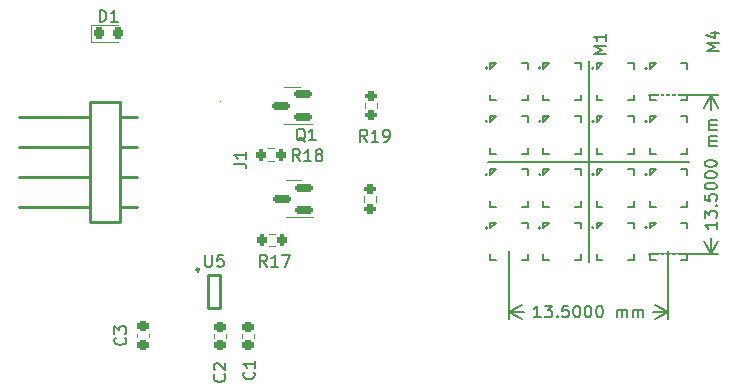
<source format=gbr>
%TF.GenerationSoftware,KiCad,Pcbnew,7.0.7*%
%TF.CreationDate,2023-10-27T13:52:55-05:00*%
%TF.ProjectId,MLX90393_board3,4d4c5839-3033-4393-935f-626f61726433,rev?*%
%TF.SameCoordinates,Original*%
%TF.FileFunction,Legend,Top*%
%TF.FilePolarity,Positive*%
%FSLAX46Y46*%
G04 Gerber Fmt 4.6, Leading zero omitted, Abs format (unit mm)*
G04 Created by KiCad (PCBNEW 7.0.7) date 2023-10-27 13:52:55*
%MOMM*%
%LPD*%
G01*
G04 APERTURE LIST*
G04 Aperture macros list*
%AMRoundRect*
0 Rectangle with rounded corners*
0 $1 Rounding radius*
0 $2 $3 $4 $5 $6 $7 $8 $9 X,Y pos of 4 corners*
0 Add a 4 corners polygon primitive as box body*
4,1,4,$2,$3,$4,$5,$6,$7,$8,$9,$2,$3,0*
0 Add four circle primitives for the rounded corners*
1,1,$1+$1,$2,$3*
1,1,$1+$1,$4,$5*
1,1,$1+$1,$6,$7*
1,1,$1+$1,$8,$9*
0 Add four rect primitives between the rounded corners*
20,1,$1+$1,$2,$3,$4,$5,0*
20,1,$1+$1,$4,$5,$6,$7,0*
20,1,$1+$1,$6,$7,$8,$9,0*
20,1,$1+$1,$8,$9,$2,$3,0*%
G04 Aperture macros list end*
%ADD10C,0.150000*%
%ADD11C,0.155000*%
%ADD12C,0.120000*%
%ADD13C,0.152400*%
%ADD14C,0.151994*%
%ADD15C,0.059995*%
%ADD16C,0.150013*%
%ADD17C,0.254000*%
%ADD18C,0.248920*%
%ADD19RoundRect,0.200000X0.275000X-0.200000X0.275000X0.200000X-0.275000X0.200000X-0.275000X-0.200000X0*%
%ADD20R,0.664999X0.280010*%
%ADD21R,0.280010X0.664999*%
%ADD22R,1.750013X1.750013*%
%ADD23R,1.104902X0.622301*%
%ADD24R,3.170003X1.000000*%
%ADD25RoundRect,0.150000X0.587500X0.150000X-0.587500X0.150000X-0.587500X-0.150000X0.587500X-0.150000X0*%
%ADD26RoundRect,0.225000X-0.250000X0.225000X-0.250000X-0.225000X0.250000X-0.225000X0.250000X0.225000X0*%
%ADD27RoundRect,0.218750X-0.218750X-0.256250X0.218750X-0.256250X0.218750X0.256250X-0.218750X0.256250X0*%
%ADD28RoundRect,0.200000X-0.200000X-0.275000X0.200000X-0.275000X0.200000X0.275000X-0.200000X0.275000X0*%
G04 APERTURE END LIST*
D10*
X183404883Y-117826294D02*
X183404883Y-118397722D01*
X183404883Y-118112008D02*
X182404883Y-118112008D01*
X182404883Y-118112008D02*
X182547740Y-118207246D01*
X182547740Y-118207246D02*
X182642978Y-118302484D01*
X182642978Y-118302484D02*
X182690597Y-118397722D01*
X182404883Y-117492960D02*
X182404883Y-116873913D01*
X182404883Y-116873913D02*
X182785835Y-117207246D01*
X182785835Y-117207246D02*
X182785835Y-117064389D01*
X182785835Y-117064389D02*
X182833454Y-116969151D01*
X182833454Y-116969151D02*
X182881073Y-116921532D01*
X182881073Y-116921532D02*
X182976311Y-116873913D01*
X182976311Y-116873913D02*
X183214406Y-116873913D01*
X183214406Y-116873913D02*
X183309644Y-116921532D01*
X183309644Y-116921532D02*
X183357264Y-116969151D01*
X183357264Y-116969151D02*
X183404883Y-117064389D01*
X183404883Y-117064389D02*
X183404883Y-117350103D01*
X183404883Y-117350103D02*
X183357264Y-117445341D01*
X183357264Y-117445341D02*
X183309644Y-117492960D01*
X183309644Y-116445341D02*
X183357264Y-116397722D01*
X183357264Y-116397722D02*
X183404883Y-116445341D01*
X183404883Y-116445341D02*
X183357264Y-116492960D01*
X183357264Y-116492960D02*
X183309644Y-116445341D01*
X183309644Y-116445341D02*
X183404883Y-116445341D01*
X182404883Y-115492961D02*
X182404883Y-115969151D01*
X182404883Y-115969151D02*
X182881073Y-116016770D01*
X182881073Y-116016770D02*
X182833454Y-115969151D01*
X182833454Y-115969151D02*
X182785835Y-115873913D01*
X182785835Y-115873913D02*
X182785835Y-115635818D01*
X182785835Y-115635818D02*
X182833454Y-115540580D01*
X182833454Y-115540580D02*
X182881073Y-115492961D01*
X182881073Y-115492961D02*
X182976311Y-115445342D01*
X182976311Y-115445342D02*
X183214406Y-115445342D01*
X183214406Y-115445342D02*
X183309644Y-115492961D01*
X183309644Y-115492961D02*
X183357264Y-115540580D01*
X183357264Y-115540580D02*
X183404883Y-115635818D01*
X183404883Y-115635818D02*
X183404883Y-115873913D01*
X183404883Y-115873913D02*
X183357264Y-115969151D01*
X183357264Y-115969151D02*
X183309644Y-116016770D01*
X182404883Y-114826294D02*
X182404883Y-114731056D01*
X182404883Y-114731056D02*
X182452502Y-114635818D01*
X182452502Y-114635818D02*
X182500121Y-114588199D01*
X182500121Y-114588199D02*
X182595359Y-114540580D01*
X182595359Y-114540580D02*
X182785835Y-114492961D01*
X182785835Y-114492961D02*
X183023930Y-114492961D01*
X183023930Y-114492961D02*
X183214406Y-114540580D01*
X183214406Y-114540580D02*
X183309644Y-114588199D01*
X183309644Y-114588199D02*
X183357264Y-114635818D01*
X183357264Y-114635818D02*
X183404883Y-114731056D01*
X183404883Y-114731056D02*
X183404883Y-114826294D01*
X183404883Y-114826294D02*
X183357264Y-114921532D01*
X183357264Y-114921532D02*
X183309644Y-114969151D01*
X183309644Y-114969151D02*
X183214406Y-115016770D01*
X183214406Y-115016770D02*
X183023930Y-115064389D01*
X183023930Y-115064389D02*
X182785835Y-115064389D01*
X182785835Y-115064389D02*
X182595359Y-115016770D01*
X182595359Y-115016770D02*
X182500121Y-114969151D01*
X182500121Y-114969151D02*
X182452502Y-114921532D01*
X182452502Y-114921532D02*
X182404883Y-114826294D01*
X182404883Y-113873913D02*
X182404883Y-113778675D01*
X182404883Y-113778675D02*
X182452502Y-113683437D01*
X182452502Y-113683437D02*
X182500121Y-113635818D01*
X182500121Y-113635818D02*
X182595359Y-113588199D01*
X182595359Y-113588199D02*
X182785835Y-113540580D01*
X182785835Y-113540580D02*
X183023930Y-113540580D01*
X183023930Y-113540580D02*
X183214406Y-113588199D01*
X183214406Y-113588199D02*
X183309644Y-113635818D01*
X183309644Y-113635818D02*
X183357264Y-113683437D01*
X183357264Y-113683437D02*
X183404883Y-113778675D01*
X183404883Y-113778675D02*
X183404883Y-113873913D01*
X183404883Y-113873913D02*
X183357264Y-113969151D01*
X183357264Y-113969151D02*
X183309644Y-114016770D01*
X183309644Y-114016770D02*
X183214406Y-114064389D01*
X183214406Y-114064389D02*
X183023930Y-114112008D01*
X183023930Y-114112008D02*
X182785835Y-114112008D01*
X182785835Y-114112008D02*
X182595359Y-114064389D01*
X182595359Y-114064389D02*
X182500121Y-114016770D01*
X182500121Y-114016770D02*
X182452502Y-113969151D01*
X182452502Y-113969151D02*
X182404883Y-113873913D01*
X182404883Y-112921532D02*
X182404883Y-112826294D01*
X182404883Y-112826294D02*
X182452502Y-112731056D01*
X182452502Y-112731056D02*
X182500121Y-112683437D01*
X182500121Y-112683437D02*
X182595359Y-112635818D01*
X182595359Y-112635818D02*
X182785835Y-112588199D01*
X182785835Y-112588199D02*
X183023930Y-112588199D01*
X183023930Y-112588199D02*
X183214406Y-112635818D01*
X183214406Y-112635818D02*
X183309644Y-112683437D01*
X183309644Y-112683437D02*
X183357264Y-112731056D01*
X183357264Y-112731056D02*
X183404883Y-112826294D01*
X183404883Y-112826294D02*
X183404883Y-112921532D01*
X183404883Y-112921532D02*
X183357264Y-113016770D01*
X183357264Y-113016770D02*
X183309644Y-113064389D01*
X183309644Y-113064389D02*
X183214406Y-113112008D01*
X183214406Y-113112008D02*
X183023930Y-113159627D01*
X183023930Y-113159627D02*
X182785835Y-113159627D01*
X182785835Y-113159627D02*
X182595359Y-113112008D01*
X182595359Y-113112008D02*
X182500121Y-113064389D01*
X182500121Y-113064389D02*
X182452502Y-113016770D01*
X182452502Y-113016770D02*
X182404883Y-112921532D01*
X183404883Y-111397722D02*
X182738216Y-111397722D01*
X182833454Y-111397722D02*
X182785835Y-111350103D01*
X182785835Y-111350103D02*
X182738216Y-111254865D01*
X182738216Y-111254865D02*
X182738216Y-111112008D01*
X182738216Y-111112008D02*
X182785835Y-111016770D01*
X182785835Y-111016770D02*
X182881073Y-110969151D01*
X182881073Y-110969151D02*
X183404883Y-110969151D01*
X182881073Y-110969151D02*
X182785835Y-110921532D01*
X182785835Y-110921532D02*
X182738216Y-110826294D01*
X182738216Y-110826294D02*
X182738216Y-110683437D01*
X182738216Y-110683437D02*
X182785835Y-110588198D01*
X182785835Y-110588198D02*
X182881073Y-110540579D01*
X182881073Y-110540579D02*
X183404883Y-110540579D01*
X183404883Y-110064389D02*
X182738216Y-110064389D01*
X182833454Y-110064389D02*
X182785835Y-110016770D01*
X182785835Y-110016770D02*
X182738216Y-109921532D01*
X182738216Y-109921532D02*
X182738216Y-109778675D01*
X182738216Y-109778675D02*
X182785835Y-109683437D01*
X182785835Y-109683437D02*
X182881073Y-109635818D01*
X182881073Y-109635818D02*
X183404883Y-109635818D01*
X182881073Y-109635818D02*
X182785835Y-109588199D01*
X182785835Y-109588199D02*
X182738216Y-109492961D01*
X182738216Y-109492961D02*
X182738216Y-109350104D01*
X182738216Y-109350104D02*
X182785835Y-109254865D01*
X182785835Y-109254865D02*
X182881073Y-109207246D01*
X182881073Y-109207246D02*
X183404883Y-109207246D01*
X177700064Y-107028676D02*
X183536484Y-107028676D01*
X177700064Y-120528676D02*
X183536484Y-120528676D01*
X182950064Y-107028676D02*
X182950064Y-108344152D01*
X182950064Y-119213199D02*
X182950064Y-120528676D01*
X182950064Y-107028676D02*
X183536485Y-108155180D01*
X182950064Y-107028676D02*
X182363643Y-108155180D01*
X182950064Y-120528676D02*
X182363643Y-119402172D01*
X182950064Y-120528676D02*
X183536485Y-119402172D01*
X168519070Y-125903234D02*
X167947642Y-125903234D01*
X168233356Y-125903234D02*
X168233356Y-124903234D01*
X168233356Y-124903234D02*
X168138118Y-125046091D01*
X168138118Y-125046091D02*
X168042880Y-125141329D01*
X168042880Y-125141329D02*
X167947642Y-125188948D01*
X168852404Y-124903234D02*
X169471451Y-124903234D01*
X169471451Y-124903234D02*
X169138118Y-125284186D01*
X169138118Y-125284186D02*
X169280975Y-125284186D01*
X169280975Y-125284186D02*
X169376213Y-125331805D01*
X169376213Y-125331805D02*
X169423832Y-125379424D01*
X169423832Y-125379424D02*
X169471451Y-125474662D01*
X169471451Y-125474662D02*
X169471451Y-125712757D01*
X169471451Y-125712757D02*
X169423832Y-125807995D01*
X169423832Y-125807995D02*
X169376213Y-125855615D01*
X169376213Y-125855615D02*
X169280975Y-125903234D01*
X169280975Y-125903234D02*
X168995261Y-125903234D01*
X168995261Y-125903234D02*
X168900023Y-125855615D01*
X168900023Y-125855615D02*
X168852404Y-125807995D01*
X169900023Y-125807995D02*
X169947642Y-125855615D01*
X169947642Y-125855615D02*
X169900023Y-125903234D01*
X169900023Y-125903234D02*
X169852404Y-125855615D01*
X169852404Y-125855615D02*
X169900023Y-125807995D01*
X169900023Y-125807995D02*
X169900023Y-125903234D01*
X170852403Y-124903234D02*
X170376213Y-124903234D01*
X170376213Y-124903234D02*
X170328594Y-125379424D01*
X170328594Y-125379424D02*
X170376213Y-125331805D01*
X170376213Y-125331805D02*
X170471451Y-125284186D01*
X170471451Y-125284186D02*
X170709546Y-125284186D01*
X170709546Y-125284186D02*
X170804784Y-125331805D01*
X170804784Y-125331805D02*
X170852403Y-125379424D01*
X170852403Y-125379424D02*
X170900022Y-125474662D01*
X170900022Y-125474662D02*
X170900022Y-125712757D01*
X170900022Y-125712757D02*
X170852403Y-125807995D01*
X170852403Y-125807995D02*
X170804784Y-125855615D01*
X170804784Y-125855615D02*
X170709546Y-125903234D01*
X170709546Y-125903234D02*
X170471451Y-125903234D01*
X170471451Y-125903234D02*
X170376213Y-125855615D01*
X170376213Y-125855615D02*
X170328594Y-125807995D01*
X171519070Y-124903234D02*
X171614308Y-124903234D01*
X171614308Y-124903234D02*
X171709546Y-124950853D01*
X171709546Y-124950853D02*
X171757165Y-124998472D01*
X171757165Y-124998472D02*
X171804784Y-125093710D01*
X171804784Y-125093710D02*
X171852403Y-125284186D01*
X171852403Y-125284186D02*
X171852403Y-125522281D01*
X171852403Y-125522281D02*
X171804784Y-125712757D01*
X171804784Y-125712757D02*
X171757165Y-125807995D01*
X171757165Y-125807995D02*
X171709546Y-125855615D01*
X171709546Y-125855615D02*
X171614308Y-125903234D01*
X171614308Y-125903234D02*
X171519070Y-125903234D01*
X171519070Y-125903234D02*
X171423832Y-125855615D01*
X171423832Y-125855615D02*
X171376213Y-125807995D01*
X171376213Y-125807995D02*
X171328594Y-125712757D01*
X171328594Y-125712757D02*
X171280975Y-125522281D01*
X171280975Y-125522281D02*
X171280975Y-125284186D01*
X171280975Y-125284186D02*
X171328594Y-125093710D01*
X171328594Y-125093710D02*
X171376213Y-124998472D01*
X171376213Y-124998472D02*
X171423832Y-124950853D01*
X171423832Y-124950853D02*
X171519070Y-124903234D01*
X172471451Y-124903234D02*
X172566689Y-124903234D01*
X172566689Y-124903234D02*
X172661927Y-124950853D01*
X172661927Y-124950853D02*
X172709546Y-124998472D01*
X172709546Y-124998472D02*
X172757165Y-125093710D01*
X172757165Y-125093710D02*
X172804784Y-125284186D01*
X172804784Y-125284186D02*
X172804784Y-125522281D01*
X172804784Y-125522281D02*
X172757165Y-125712757D01*
X172757165Y-125712757D02*
X172709546Y-125807995D01*
X172709546Y-125807995D02*
X172661927Y-125855615D01*
X172661927Y-125855615D02*
X172566689Y-125903234D01*
X172566689Y-125903234D02*
X172471451Y-125903234D01*
X172471451Y-125903234D02*
X172376213Y-125855615D01*
X172376213Y-125855615D02*
X172328594Y-125807995D01*
X172328594Y-125807995D02*
X172280975Y-125712757D01*
X172280975Y-125712757D02*
X172233356Y-125522281D01*
X172233356Y-125522281D02*
X172233356Y-125284186D01*
X172233356Y-125284186D02*
X172280975Y-125093710D01*
X172280975Y-125093710D02*
X172328594Y-124998472D01*
X172328594Y-124998472D02*
X172376213Y-124950853D01*
X172376213Y-124950853D02*
X172471451Y-124903234D01*
X173423832Y-124903234D02*
X173519070Y-124903234D01*
X173519070Y-124903234D02*
X173614308Y-124950853D01*
X173614308Y-124950853D02*
X173661927Y-124998472D01*
X173661927Y-124998472D02*
X173709546Y-125093710D01*
X173709546Y-125093710D02*
X173757165Y-125284186D01*
X173757165Y-125284186D02*
X173757165Y-125522281D01*
X173757165Y-125522281D02*
X173709546Y-125712757D01*
X173709546Y-125712757D02*
X173661927Y-125807995D01*
X173661927Y-125807995D02*
X173614308Y-125855615D01*
X173614308Y-125855615D02*
X173519070Y-125903234D01*
X173519070Y-125903234D02*
X173423832Y-125903234D01*
X173423832Y-125903234D02*
X173328594Y-125855615D01*
X173328594Y-125855615D02*
X173280975Y-125807995D01*
X173280975Y-125807995D02*
X173233356Y-125712757D01*
X173233356Y-125712757D02*
X173185737Y-125522281D01*
X173185737Y-125522281D02*
X173185737Y-125284186D01*
X173185737Y-125284186D02*
X173233356Y-125093710D01*
X173233356Y-125093710D02*
X173280975Y-124998472D01*
X173280975Y-124998472D02*
X173328594Y-124950853D01*
X173328594Y-124950853D02*
X173423832Y-124903234D01*
X174947642Y-125903234D02*
X174947642Y-125236567D01*
X174947642Y-125331805D02*
X174995261Y-125284186D01*
X174995261Y-125284186D02*
X175090499Y-125236567D01*
X175090499Y-125236567D02*
X175233356Y-125236567D01*
X175233356Y-125236567D02*
X175328594Y-125284186D01*
X175328594Y-125284186D02*
X175376213Y-125379424D01*
X175376213Y-125379424D02*
X175376213Y-125903234D01*
X175376213Y-125379424D02*
X175423832Y-125284186D01*
X175423832Y-125284186D02*
X175519070Y-125236567D01*
X175519070Y-125236567D02*
X175661927Y-125236567D01*
X175661927Y-125236567D02*
X175757166Y-125284186D01*
X175757166Y-125284186D02*
X175804785Y-125379424D01*
X175804785Y-125379424D02*
X175804785Y-125903234D01*
X176280975Y-125903234D02*
X176280975Y-125236567D01*
X176280975Y-125331805D02*
X176328594Y-125284186D01*
X176328594Y-125284186D02*
X176423832Y-125236567D01*
X176423832Y-125236567D02*
X176566689Y-125236567D01*
X176566689Y-125236567D02*
X176661927Y-125284186D01*
X176661927Y-125284186D02*
X176709546Y-125379424D01*
X176709546Y-125379424D02*
X176709546Y-125903234D01*
X176709546Y-125379424D02*
X176757165Y-125284186D01*
X176757165Y-125284186D02*
X176852403Y-125236567D01*
X176852403Y-125236567D02*
X176995260Y-125236567D01*
X176995260Y-125236567D02*
X177090499Y-125284186D01*
X177090499Y-125284186D02*
X177138118Y-125379424D01*
X177138118Y-125379424D02*
X177138118Y-125903234D01*
X165816689Y-119948415D02*
X165816689Y-126034835D01*
X179316689Y-119948415D02*
X179316689Y-126034835D01*
X165816689Y-125448415D02*
X167132166Y-125448415D01*
X178001213Y-125448415D02*
X179316689Y-125448415D01*
X165816689Y-125448415D02*
X166943193Y-124861994D01*
X165816689Y-125448415D02*
X166943193Y-126034836D01*
X179316689Y-125448415D02*
X178190185Y-126034836D01*
X179316689Y-125448415D02*
X178190185Y-124861994D01*
X164066689Y-112698415D02*
X181066689Y-112698415D01*
X172566689Y-104198415D02*
X172566689Y-121198415D01*
D11*
X140099784Y-120612974D02*
X140099784Y-121422497D01*
X140099784Y-121422497D02*
X140147403Y-121517735D01*
X140147403Y-121517735D02*
X140195022Y-121565355D01*
X140195022Y-121565355D02*
X140290260Y-121612974D01*
X140290260Y-121612974D02*
X140480736Y-121612974D01*
X140480736Y-121612974D02*
X140575974Y-121565355D01*
X140575974Y-121565355D02*
X140623593Y-121517735D01*
X140623593Y-121517735D02*
X140671212Y-121422497D01*
X140671212Y-121422497D02*
X140671212Y-120612974D01*
X141623593Y-120612974D02*
X141147403Y-120612974D01*
X141147403Y-120612974D02*
X141099784Y-121089164D01*
X141099784Y-121089164D02*
X141147403Y-121041545D01*
X141147403Y-121041545D02*
X141242641Y-120993926D01*
X141242641Y-120993926D02*
X141480736Y-120993926D01*
X141480736Y-120993926D02*
X141575974Y-121041545D01*
X141575974Y-121041545D02*
X141623593Y-121089164D01*
X141623593Y-121089164D02*
X141671212Y-121184402D01*
X141671212Y-121184402D02*
X141671212Y-121422497D01*
X141671212Y-121422497D02*
X141623593Y-121517735D01*
X141623593Y-121517735D02*
X141575974Y-121565355D01*
X141575974Y-121565355D02*
X141480736Y-121612974D01*
X141480736Y-121612974D02*
X141242641Y-121612974D01*
X141242641Y-121612974D02*
X141147403Y-121565355D01*
X141147403Y-121565355D02*
X141099784Y-121517735D01*
X142566248Y-112891748D02*
X143280533Y-112891748D01*
X143280533Y-112891748D02*
X143423390Y-112939367D01*
X143423390Y-112939367D02*
X143518629Y-113034605D01*
X143518629Y-113034605D02*
X143566248Y-113177462D01*
X143566248Y-113177462D02*
X143566248Y-113272700D01*
X143566248Y-111891748D02*
X143566248Y-112463176D01*
X143566248Y-112177462D02*
X142566248Y-112177462D01*
X142566248Y-112177462D02*
X142709105Y-112272700D01*
X142709105Y-112272700D02*
X142804343Y-112367938D01*
X142804343Y-112367938D02*
X142851962Y-112463176D01*
X133321009Y-127600081D02*
X133368629Y-127647700D01*
X133368629Y-127647700D02*
X133416248Y-127790557D01*
X133416248Y-127790557D02*
X133416248Y-127885795D01*
X133416248Y-127885795D02*
X133368629Y-128028652D01*
X133368629Y-128028652D02*
X133273390Y-128123890D01*
X133273390Y-128123890D02*
X133178152Y-128171509D01*
X133178152Y-128171509D02*
X132987676Y-128219128D01*
X132987676Y-128219128D02*
X132844819Y-128219128D01*
X132844819Y-128219128D02*
X132654343Y-128171509D01*
X132654343Y-128171509D02*
X132559105Y-128123890D01*
X132559105Y-128123890D02*
X132463867Y-128028652D01*
X132463867Y-128028652D02*
X132416248Y-127885795D01*
X132416248Y-127885795D02*
X132416248Y-127790557D01*
X132416248Y-127790557D02*
X132463867Y-127647700D01*
X132463867Y-127647700D02*
X132511486Y-127600081D01*
X132416248Y-127266747D02*
X132416248Y-126647700D01*
X132416248Y-126647700D02*
X132797200Y-126981033D01*
X132797200Y-126981033D02*
X132797200Y-126838176D01*
X132797200Y-126838176D02*
X132844819Y-126742938D01*
X132844819Y-126742938D02*
X132892438Y-126695319D01*
X132892438Y-126695319D02*
X132987676Y-126647700D01*
X132987676Y-126647700D02*
X133225771Y-126647700D01*
X133225771Y-126647700D02*
X133321009Y-126695319D01*
X133321009Y-126695319D02*
X133368629Y-126742938D01*
X133368629Y-126742938D02*
X133416248Y-126838176D01*
X133416248Y-126838176D02*
X133416248Y-127123890D01*
X133416248Y-127123890D02*
X133368629Y-127219128D01*
X133368629Y-127219128D02*
X133321009Y-127266747D01*
X174021248Y-103557938D02*
X173021248Y-103557938D01*
X173021248Y-103557938D02*
X173735533Y-103224605D01*
X173735533Y-103224605D02*
X173021248Y-102891272D01*
X173021248Y-102891272D02*
X174021248Y-102891272D01*
X174021248Y-101891272D02*
X174021248Y-102462700D01*
X174021248Y-102176986D02*
X173021248Y-102176986D01*
X173021248Y-102176986D02*
X173164105Y-102272224D01*
X173164105Y-102272224D02*
X173259343Y-102367462D01*
X173259343Y-102367462D02*
X173306962Y-102462700D01*
X153818831Y-111012974D02*
X153485498Y-110536783D01*
X153247403Y-111012974D02*
X153247403Y-110012974D01*
X153247403Y-110012974D02*
X153628355Y-110012974D01*
X153628355Y-110012974D02*
X153723593Y-110060593D01*
X153723593Y-110060593D02*
X153771212Y-110108212D01*
X153771212Y-110108212D02*
X153818831Y-110203450D01*
X153818831Y-110203450D02*
X153818831Y-110346307D01*
X153818831Y-110346307D02*
X153771212Y-110441545D01*
X153771212Y-110441545D02*
X153723593Y-110489164D01*
X153723593Y-110489164D02*
X153628355Y-110536783D01*
X153628355Y-110536783D02*
X153247403Y-110536783D01*
X154771212Y-111012974D02*
X154199784Y-111012974D01*
X154485498Y-111012974D02*
X154485498Y-110012974D01*
X154485498Y-110012974D02*
X154390260Y-110155831D01*
X154390260Y-110155831D02*
X154295022Y-110251069D01*
X154295022Y-110251069D02*
X154199784Y-110298688D01*
X155247403Y-111012974D02*
X155437879Y-111012974D01*
X155437879Y-111012974D02*
X155533117Y-110965355D01*
X155533117Y-110965355D02*
X155580736Y-110917735D01*
X155580736Y-110917735D02*
X155675974Y-110774878D01*
X155675974Y-110774878D02*
X155723593Y-110584402D01*
X155723593Y-110584402D02*
X155723593Y-110203450D01*
X155723593Y-110203450D02*
X155675974Y-110108212D01*
X155675974Y-110108212D02*
X155628355Y-110060593D01*
X155628355Y-110060593D02*
X155533117Y-110012974D01*
X155533117Y-110012974D02*
X155342641Y-110012974D01*
X155342641Y-110012974D02*
X155247403Y-110060593D01*
X155247403Y-110060593D02*
X155199784Y-110108212D01*
X155199784Y-110108212D02*
X155152165Y-110203450D01*
X155152165Y-110203450D02*
X155152165Y-110441545D01*
X155152165Y-110441545D02*
X155199784Y-110536783D01*
X155199784Y-110536783D02*
X155247403Y-110584402D01*
X155247403Y-110584402D02*
X155342641Y-110632021D01*
X155342641Y-110632021D02*
X155533117Y-110632021D01*
X155533117Y-110632021D02*
X155628355Y-110584402D01*
X155628355Y-110584402D02*
X155675974Y-110536783D01*
X155675974Y-110536783D02*
X155723593Y-110441545D01*
X148566450Y-111008212D02*
X148471212Y-110960593D01*
X148471212Y-110960593D02*
X148375974Y-110865355D01*
X148375974Y-110865355D02*
X148233117Y-110722497D01*
X148233117Y-110722497D02*
X148137879Y-110674878D01*
X148137879Y-110674878D02*
X148042641Y-110674878D01*
X148090260Y-110912974D02*
X147995022Y-110865355D01*
X147995022Y-110865355D02*
X147899784Y-110770116D01*
X147899784Y-110770116D02*
X147852165Y-110579640D01*
X147852165Y-110579640D02*
X147852165Y-110246307D01*
X147852165Y-110246307D02*
X147899784Y-110055831D01*
X147899784Y-110055831D02*
X147995022Y-109960593D01*
X147995022Y-109960593D02*
X148090260Y-109912974D01*
X148090260Y-109912974D02*
X148280736Y-109912974D01*
X148280736Y-109912974D02*
X148375974Y-109960593D01*
X148375974Y-109960593D02*
X148471212Y-110055831D01*
X148471212Y-110055831D02*
X148518831Y-110246307D01*
X148518831Y-110246307D02*
X148518831Y-110579640D01*
X148518831Y-110579640D02*
X148471212Y-110770116D01*
X148471212Y-110770116D02*
X148375974Y-110865355D01*
X148375974Y-110865355D02*
X148280736Y-110912974D01*
X148280736Y-110912974D02*
X148090260Y-110912974D01*
X149471212Y-110912974D02*
X148899784Y-110912974D01*
X149185498Y-110912974D02*
X149185498Y-109912974D01*
X149185498Y-109912974D02*
X149090260Y-110055831D01*
X149090260Y-110055831D02*
X148995022Y-110151069D01*
X148995022Y-110151069D02*
X148899784Y-110198688D01*
D10*
X131161905Y-100874819D02*
X131161905Y-99874819D01*
X131161905Y-99874819D02*
X131400000Y-99874819D01*
X131400000Y-99874819D02*
X131542857Y-99922438D01*
X131542857Y-99922438D02*
X131638095Y-100017676D01*
X131638095Y-100017676D02*
X131685714Y-100112914D01*
X131685714Y-100112914D02*
X131733333Y-100303390D01*
X131733333Y-100303390D02*
X131733333Y-100446247D01*
X131733333Y-100446247D02*
X131685714Y-100636723D01*
X131685714Y-100636723D02*
X131638095Y-100731961D01*
X131638095Y-100731961D02*
X131542857Y-100827200D01*
X131542857Y-100827200D02*
X131400000Y-100874819D01*
X131400000Y-100874819D02*
X131161905Y-100874819D01*
X132685714Y-100874819D02*
X132114286Y-100874819D01*
X132400000Y-100874819D02*
X132400000Y-99874819D01*
X132400000Y-99874819D02*
X132304762Y-100017676D01*
X132304762Y-100017676D02*
X132209524Y-100112914D01*
X132209524Y-100112914D02*
X132114286Y-100160533D01*
D11*
X183571248Y-103357938D02*
X182571248Y-103357938D01*
X182571248Y-103357938D02*
X183285533Y-103024605D01*
X183285533Y-103024605D02*
X182571248Y-102691272D01*
X182571248Y-102691272D02*
X183571248Y-102691272D01*
X182904581Y-101786510D02*
X183571248Y-101786510D01*
X182523629Y-102024605D02*
X183237914Y-102262700D01*
X183237914Y-102262700D02*
X183237914Y-101643653D01*
X148118831Y-112662974D02*
X147785498Y-112186783D01*
X147547403Y-112662974D02*
X147547403Y-111662974D01*
X147547403Y-111662974D02*
X147928355Y-111662974D01*
X147928355Y-111662974D02*
X148023593Y-111710593D01*
X148023593Y-111710593D02*
X148071212Y-111758212D01*
X148071212Y-111758212D02*
X148118831Y-111853450D01*
X148118831Y-111853450D02*
X148118831Y-111996307D01*
X148118831Y-111996307D02*
X148071212Y-112091545D01*
X148071212Y-112091545D02*
X148023593Y-112139164D01*
X148023593Y-112139164D02*
X147928355Y-112186783D01*
X147928355Y-112186783D02*
X147547403Y-112186783D01*
X149071212Y-112662974D02*
X148499784Y-112662974D01*
X148785498Y-112662974D02*
X148785498Y-111662974D01*
X148785498Y-111662974D02*
X148690260Y-111805831D01*
X148690260Y-111805831D02*
X148595022Y-111901069D01*
X148595022Y-111901069D02*
X148499784Y-111948688D01*
X149642641Y-112091545D02*
X149547403Y-112043926D01*
X149547403Y-112043926D02*
X149499784Y-111996307D01*
X149499784Y-111996307D02*
X149452165Y-111901069D01*
X149452165Y-111901069D02*
X149452165Y-111853450D01*
X149452165Y-111853450D02*
X149499784Y-111758212D01*
X149499784Y-111758212D02*
X149547403Y-111710593D01*
X149547403Y-111710593D02*
X149642641Y-111662974D01*
X149642641Y-111662974D02*
X149833117Y-111662974D01*
X149833117Y-111662974D02*
X149928355Y-111710593D01*
X149928355Y-111710593D02*
X149975974Y-111758212D01*
X149975974Y-111758212D02*
X150023593Y-111853450D01*
X150023593Y-111853450D02*
X150023593Y-111901069D01*
X150023593Y-111901069D02*
X149975974Y-111996307D01*
X149975974Y-111996307D02*
X149928355Y-112043926D01*
X149928355Y-112043926D02*
X149833117Y-112091545D01*
X149833117Y-112091545D02*
X149642641Y-112091545D01*
X149642641Y-112091545D02*
X149547403Y-112139164D01*
X149547403Y-112139164D02*
X149499784Y-112186783D01*
X149499784Y-112186783D02*
X149452165Y-112282021D01*
X149452165Y-112282021D02*
X149452165Y-112472497D01*
X149452165Y-112472497D02*
X149499784Y-112567735D01*
X149499784Y-112567735D02*
X149547403Y-112615355D01*
X149547403Y-112615355D02*
X149642641Y-112662974D01*
X149642641Y-112662974D02*
X149833117Y-112662974D01*
X149833117Y-112662974D02*
X149928355Y-112615355D01*
X149928355Y-112615355D02*
X149975974Y-112567735D01*
X149975974Y-112567735D02*
X150023593Y-112472497D01*
X150023593Y-112472497D02*
X150023593Y-112282021D01*
X150023593Y-112282021D02*
X149975974Y-112186783D01*
X149975974Y-112186783D02*
X149928355Y-112139164D01*
X149928355Y-112139164D02*
X149833117Y-112091545D01*
X144221009Y-130525081D02*
X144268629Y-130572700D01*
X144268629Y-130572700D02*
X144316248Y-130715557D01*
X144316248Y-130715557D02*
X144316248Y-130810795D01*
X144316248Y-130810795D02*
X144268629Y-130953652D01*
X144268629Y-130953652D02*
X144173390Y-131048890D01*
X144173390Y-131048890D02*
X144078152Y-131096509D01*
X144078152Y-131096509D02*
X143887676Y-131144128D01*
X143887676Y-131144128D02*
X143744819Y-131144128D01*
X143744819Y-131144128D02*
X143554343Y-131096509D01*
X143554343Y-131096509D02*
X143459105Y-131048890D01*
X143459105Y-131048890D02*
X143363867Y-130953652D01*
X143363867Y-130953652D02*
X143316248Y-130810795D01*
X143316248Y-130810795D02*
X143316248Y-130715557D01*
X143316248Y-130715557D02*
X143363867Y-130572700D01*
X143363867Y-130572700D02*
X143411486Y-130525081D01*
X144316248Y-129572700D02*
X144316248Y-130144128D01*
X144316248Y-129858414D02*
X143316248Y-129858414D01*
X143316248Y-129858414D02*
X143459105Y-129953652D01*
X143459105Y-129953652D02*
X143554343Y-130048890D01*
X143554343Y-130048890D02*
X143601962Y-130144128D01*
X141721009Y-130725081D02*
X141768629Y-130772700D01*
X141768629Y-130772700D02*
X141816248Y-130915557D01*
X141816248Y-130915557D02*
X141816248Y-131010795D01*
X141816248Y-131010795D02*
X141768629Y-131153652D01*
X141768629Y-131153652D02*
X141673390Y-131248890D01*
X141673390Y-131248890D02*
X141578152Y-131296509D01*
X141578152Y-131296509D02*
X141387676Y-131344128D01*
X141387676Y-131344128D02*
X141244819Y-131344128D01*
X141244819Y-131344128D02*
X141054343Y-131296509D01*
X141054343Y-131296509D02*
X140959105Y-131248890D01*
X140959105Y-131248890D02*
X140863867Y-131153652D01*
X140863867Y-131153652D02*
X140816248Y-131010795D01*
X140816248Y-131010795D02*
X140816248Y-130915557D01*
X140816248Y-130915557D02*
X140863867Y-130772700D01*
X140863867Y-130772700D02*
X140911486Y-130725081D01*
X140911486Y-130344128D02*
X140863867Y-130296509D01*
X140863867Y-130296509D02*
X140816248Y-130201271D01*
X140816248Y-130201271D02*
X140816248Y-129963176D01*
X140816248Y-129963176D02*
X140863867Y-129867938D01*
X140863867Y-129867938D02*
X140911486Y-129820319D01*
X140911486Y-129820319D02*
X141006724Y-129772700D01*
X141006724Y-129772700D02*
X141101962Y-129772700D01*
X141101962Y-129772700D02*
X141244819Y-129820319D01*
X141244819Y-129820319D02*
X141816248Y-130391747D01*
X141816248Y-130391747D02*
X141816248Y-129772700D01*
X145318831Y-121612974D02*
X144985498Y-121136783D01*
X144747403Y-121612974D02*
X144747403Y-120612974D01*
X144747403Y-120612974D02*
X145128355Y-120612974D01*
X145128355Y-120612974D02*
X145223593Y-120660593D01*
X145223593Y-120660593D02*
X145271212Y-120708212D01*
X145271212Y-120708212D02*
X145318831Y-120803450D01*
X145318831Y-120803450D02*
X145318831Y-120946307D01*
X145318831Y-120946307D02*
X145271212Y-121041545D01*
X145271212Y-121041545D02*
X145223593Y-121089164D01*
X145223593Y-121089164D02*
X145128355Y-121136783D01*
X145128355Y-121136783D02*
X144747403Y-121136783D01*
X146271212Y-121612974D02*
X145699784Y-121612974D01*
X145985498Y-121612974D02*
X145985498Y-120612974D01*
X145985498Y-120612974D02*
X145890260Y-120755831D01*
X145890260Y-120755831D02*
X145795022Y-120851069D01*
X145795022Y-120851069D02*
X145699784Y-120898688D01*
X146604546Y-120612974D02*
X147271212Y-120612974D01*
X147271212Y-120612974D02*
X146842641Y-121612974D01*
D12*
%TO.C,R20*%
X153539189Y-116095673D02*
X153539189Y-115621157D01*
X154584189Y-116095673D02*
X154584189Y-115621157D01*
D13*
%TO.C,M16*%
X180892889Y-117872215D02*
X180892889Y-118367922D01*
X180397182Y-117872215D02*
X180892889Y-117872215D01*
X178236196Y-117872215D02*
X177740489Y-117872215D01*
X177740489Y-117872215D02*
X177740489Y-118367922D01*
D14*
X177740489Y-118367922D02*
X178236196Y-117872215D01*
D13*
X180892889Y-121024615D02*
X180892889Y-120528908D01*
X180397182Y-121024615D02*
X180892889Y-121024615D01*
X178236196Y-121024615D02*
X177740489Y-121024615D01*
X177740489Y-121024615D02*
X177740489Y-120528908D01*
D15*
X177846534Y-117948542D02*
G75*
G03*
X177846534Y-117948542I-29972J0D01*
G01*
D16*
X177486615Y-118305413D02*
G75*
G03*
X177486615Y-118305413I-74930J0D01*
G01*
D17*
%TO.C,U5*%
X141362070Y-122271242D02*
X141362070Y-125070328D01*
X140361308Y-122271242D02*
X141362070Y-122271242D01*
X141362070Y-125070328D02*
X140361308Y-125070328D01*
X140361308Y-125070328D02*
X140361308Y-122271242D01*
D18*
X139340226Y-121881326D02*
G75*
G03*
X139340227Y-121878837I124454J1194D01*
G01*
D15*
X139491610Y-122208047D02*
G75*
G03*
X139491610Y-122208047I-29972J0D01*
G01*
D17*
%TO.C,J1*%
X132881763Y-107638379D02*
X130351740Y-107638379D01*
X130351740Y-107638379D02*
X130341758Y-107638379D01*
X130341758Y-107638379D02*
X130341758Y-117798400D01*
X130341758Y-108901753D02*
X124341732Y-108901753D01*
X134351740Y-108908382D02*
X132881763Y-108908382D01*
X130341758Y-111441758D02*
X124341732Y-111441758D01*
X134351740Y-111448387D02*
X132881763Y-111448387D01*
X130341758Y-113981814D02*
X124341732Y-113981814D01*
X134351740Y-113988443D02*
X132881763Y-113988443D01*
X130341758Y-116521819D02*
X124341732Y-116521819D01*
X134351740Y-116528397D02*
X132951740Y-116528448D01*
X132881763Y-117798400D02*
X132881763Y-107638379D01*
X130341758Y-117798400D02*
X132881763Y-117798400D01*
D15*
X141411709Y-107638405D02*
G75*
G03*
X141411709Y-107638405I-29972J0D01*
G01*
D12*
%TO.C,Q2*%
X147561689Y-117418415D02*
X149236689Y-117418415D01*
X147561689Y-117418415D02*
X146911689Y-117418415D01*
X147561689Y-114298415D02*
X148211689Y-114298415D01*
X147561689Y-114298415D02*
X146911689Y-114298415D01*
%TO.C,C3*%
X135371689Y-127292835D02*
X135371689Y-127573995D01*
X134351689Y-127292835D02*
X134351689Y-127573995D01*
D13*
%TO.C,M8*%
X180892889Y-108872215D02*
X180892889Y-109367922D01*
X180397182Y-108872215D02*
X180892889Y-108872215D01*
X178236196Y-108872215D02*
X177740489Y-108872215D01*
X177740489Y-108872215D02*
X177740489Y-109367922D01*
D14*
X177740489Y-109367922D02*
X178236196Y-108872215D01*
D13*
X180892889Y-112024615D02*
X180892889Y-111528908D01*
X180397182Y-112024615D02*
X180892889Y-112024615D01*
X178236196Y-112024615D02*
X177740489Y-112024615D01*
X177740489Y-112024615D02*
X177740489Y-111528908D01*
D15*
X177846534Y-108948542D02*
G75*
G03*
X177846534Y-108948542I-29972J0D01*
G01*
D16*
X177486615Y-109305413D02*
G75*
G03*
X177486615Y-109305413I-74930J0D01*
G01*
D13*
%TO.C,M11*%
X176392889Y-113372215D02*
X176392889Y-113867922D01*
X175897182Y-113372215D02*
X176392889Y-113372215D01*
X173736196Y-113372215D02*
X173240489Y-113372215D01*
X173240489Y-113372215D02*
X173240489Y-113867922D01*
D14*
X173240489Y-113867922D02*
X173736196Y-113372215D01*
D13*
X176392889Y-116524615D02*
X176392889Y-116028908D01*
X175897182Y-116524615D02*
X176392889Y-116524615D01*
X173736196Y-116524615D02*
X173240489Y-116524615D01*
X173240489Y-116524615D02*
X173240489Y-116028908D01*
D15*
X173346534Y-113448542D02*
G75*
G03*
X173346534Y-113448542I-29972J0D01*
G01*
D16*
X172986615Y-113805413D02*
G75*
G03*
X172986615Y-113805413I-74930J0D01*
G01*
D13*
%TO.C,M1*%
X171892889Y-104372215D02*
X171892889Y-104867922D01*
X171397182Y-104372215D02*
X171892889Y-104372215D01*
X169236196Y-104372215D02*
X168740489Y-104372215D01*
X168740489Y-104372215D02*
X168740489Y-104867922D01*
D14*
X168740489Y-104867922D02*
X169236196Y-104372215D01*
D13*
X171892889Y-107524615D02*
X171892889Y-107028908D01*
X171397182Y-107524615D02*
X171892889Y-107524615D01*
X169236196Y-107524615D02*
X168740489Y-107524615D01*
X168740489Y-107524615D02*
X168740489Y-107028908D01*
D15*
X168846534Y-104448542D02*
G75*
G03*
X168846534Y-104448542I-29972J0D01*
G01*
D16*
X168486615Y-104805413D02*
G75*
G03*
X168486615Y-104805413I-74930J0D01*
G01*
D13*
%TO.C,M2*%
X176392889Y-104372215D02*
X176392889Y-104867922D01*
X175897182Y-104372215D02*
X176392889Y-104372215D01*
X173736196Y-104372215D02*
X173240489Y-104372215D01*
X173240489Y-104372215D02*
X173240489Y-104867922D01*
D14*
X173240489Y-104867922D02*
X173736196Y-104372215D01*
D13*
X176392889Y-107524615D02*
X176392889Y-107028908D01*
X175897182Y-107524615D02*
X176392889Y-107524615D01*
X173736196Y-107524615D02*
X173240489Y-107524615D01*
X173240489Y-107524615D02*
X173240489Y-107028908D01*
D15*
X173346534Y-104448542D02*
G75*
G03*
X173346534Y-104448542I-29972J0D01*
G01*
D16*
X172986615Y-104805413D02*
G75*
G03*
X172986615Y-104805413I-74930J0D01*
G01*
D12*
%TO.C,R19*%
X153639189Y-108195673D02*
X153639189Y-107721157D01*
X154684189Y-108195673D02*
X154684189Y-107721157D01*
D13*
%TO.C,M9*%
X167392889Y-113372215D02*
X167392889Y-113867922D01*
X166897182Y-113372215D02*
X167392889Y-113372215D01*
X164736196Y-113372215D02*
X164240489Y-113372215D01*
X164240489Y-113372215D02*
X164240489Y-113867922D01*
D14*
X164240489Y-113867922D02*
X164736196Y-113372215D01*
D13*
X167392889Y-116524615D02*
X167392889Y-116028908D01*
X166897182Y-116524615D02*
X167392889Y-116524615D01*
X164736196Y-116524615D02*
X164240489Y-116524615D01*
X164240489Y-116524615D02*
X164240489Y-116028908D01*
D15*
X164346534Y-113448542D02*
G75*
G03*
X164346534Y-113448542I-29972J0D01*
G01*
D16*
X163986615Y-113805413D02*
G75*
G03*
X163986615Y-113805413I-74930J0D01*
G01*
D13*
%TO.C,M10*%
X171892889Y-113372215D02*
X171892889Y-113867922D01*
X171397182Y-113372215D02*
X171892889Y-113372215D01*
X169236196Y-113372215D02*
X168740489Y-113372215D01*
X168740489Y-113372215D02*
X168740489Y-113867922D01*
D14*
X168740489Y-113867922D02*
X169236196Y-113372215D01*
D13*
X171892889Y-116524615D02*
X171892889Y-116028908D01*
X171397182Y-116524615D02*
X171892889Y-116524615D01*
X169236196Y-116524615D02*
X168740489Y-116524615D01*
X168740489Y-116524615D02*
X168740489Y-116028908D01*
D15*
X168846534Y-113448542D02*
G75*
G03*
X168846534Y-113448542I-29972J0D01*
G01*
D16*
X168486615Y-113805413D02*
G75*
G03*
X168486615Y-113805413I-74930J0D01*
G01*
D12*
%TO.C,Q1*%
X147461689Y-109518415D02*
X149136689Y-109518415D01*
X147461689Y-109518415D02*
X146811689Y-109518415D01*
X147461689Y-106398415D02*
X148111689Y-106398415D01*
X147461689Y-106398415D02*
X146811689Y-106398415D01*
%TO.C,D1*%
X130415000Y-101115000D02*
X130415000Y-102585000D01*
X130415000Y-102585000D02*
X132700000Y-102585000D01*
X132700000Y-101115000D02*
X130415000Y-101115000D01*
D13*
%TO.C,M4*%
X180892889Y-104372215D02*
X180892889Y-104867922D01*
X180397182Y-104372215D02*
X180892889Y-104372215D01*
X178236196Y-104372215D02*
X177740489Y-104372215D01*
X177740489Y-104372215D02*
X177740489Y-104867922D01*
D14*
X177740489Y-104867922D02*
X178236196Y-104372215D01*
D13*
X180892889Y-107524615D02*
X180892889Y-107028908D01*
X180397182Y-107524615D02*
X180892889Y-107524615D01*
X178236196Y-107524615D02*
X177740489Y-107524615D01*
X177740489Y-107524615D02*
X177740489Y-107028908D01*
D15*
X177846534Y-104448542D02*
G75*
G03*
X177846534Y-104448542I-29972J0D01*
G01*
D16*
X177486615Y-104805413D02*
G75*
G03*
X177486615Y-104805413I-74930J0D01*
G01*
D12*
%TO.C,R18*%
X145424431Y-111585915D02*
X145898947Y-111585915D01*
X145424431Y-112630915D02*
X145898947Y-112630915D01*
D13*
%TO.C,M15*%
X176392889Y-117872215D02*
X176392889Y-118367922D01*
X175897182Y-117872215D02*
X176392889Y-117872215D01*
X173736196Y-117872215D02*
X173240489Y-117872215D01*
X173240489Y-117872215D02*
X173240489Y-118367922D01*
D14*
X173240489Y-118367922D02*
X173736196Y-117872215D01*
D13*
X176392889Y-121024615D02*
X176392889Y-120528908D01*
X175897182Y-121024615D02*
X176392889Y-121024615D01*
X173736196Y-121024615D02*
X173240489Y-121024615D01*
X173240489Y-121024615D02*
X173240489Y-120528908D01*
D15*
X173346534Y-117948542D02*
G75*
G03*
X173346534Y-117948542I-29972J0D01*
G01*
D16*
X172986615Y-118305413D02*
G75*
G03*
X172986615Y-118305413I-74930J0D01*
G01*
D12*
%TO.C,C1*%
X144271689Y-127317835D02*
X144271689Y-127598995D01*
X143251689Y-127317835D02*
X143251689Y-127598995D01*
%TO.C,C2*%
X141871689Y-127317835D02*
X141871689Y-127598995D01*
X140851689Y-127317835D02*
X140851689Y-127598995D01*
D13*
%TO.C,M14*%
X171892889Y-117872215D02*
X171892889Y-118367922D01*
X171397182Y-117872215D02*
X171892889Y-117872215D01*
X169236196Y-117872215D02*
X168740489Y-117872215D01*
X168740489Y-117872215D02*
X168740489Y-118367922D01*
D14*
X168740489Y-118367922D02*
X169236196Y-117872215D01*
D13*
X171892889Y-121024615D02*
X171892889Y-120528908D01*
X171397182Y-121024615D02*
X171892889Y-121024615D01*
X169236196Y-121024615D02*
X168740489Y-121024615D01*
X168740489Y-121024615D02*
X168740489Y-120528908D01*
D15*
X168846534Y-117948542D02*
G75*
G03*
X168846534Y-117948542I-29972J0D01*
G01*
D16*
X168486615Y-118305413D02*
G75*
G03*
X168486615Y-118305413I-74930J0D01*
G01*
D12*
%TO.C,R17*%
X145524431Y-118835915D02*
X145998947Y-118835915D01*
X145524431Y-119880915D02*
X145998947Y-119880915D01*
D13*
%TO.C,M12*%
X180892889Y-113372215D02*
X180892889Y-113867922D01*
X180397182Y-113372215D02*
X180892889Y-113372215D01*
X178236196Y-113372215D02*
X177740489Y-113372215D01*
X177740489Y-113372215D02*
X177740489Y-113867922D01*
D14*
X177740489Y-113867922D02*
X178236196Y-113372215D01*
D13*
X180892889Y-116524615D02*
X180892889Y-116028908D01*
X180397182Y-116524615D02*
X180892889Y-116524615D01*
X178236196Y-116524615D02*
X177740489Y-116524615D01*
X177740489Y-116524615D02*
X177740489Y-116028908D01*
D15*
X177846534Y-113448542D02*
G75*
G03*
X177846534Y-113448542I-29972J0D01*
G01*
D16*
X177486615Y-113805413D02*
G75*
G03*
X177486615Y-113805413I-74930J0D01*
G01*
D13*
%TO.C,M13*%
X167392889Y-117872215D02*
X167392889Y-118367922D01*
X166897182Y-117872215D02*
X167392889Y-117872215D01*
X164736196Y-117872215D02*
X164240489Y-117872215D01*
X164240489Y-117872215D02*
X164240489Y-118367922D01*
D14*
X164240489Y-118367922D02*
X164736196Y-117872215D01*
D13*
X167392889Y-121024615D02*
X167392889Y-120528908D01*
X166897182Y-121024615D02*
X167392889Y-121024615D01*
X164736196Y-121024615D02*
X164240489Y-121024615D01*
X164240489Y-121024615D02*
X164240489Y-120528908D01*
D15*
X164346534Y-117948542D02*
G75*
G03*
X164346534Y-117948542I-29972J0D01*
G01*
D16*
X163986615Y-118305413D02*
G75*
G03*
X163986615Y-118305413I-74930J0D01*
G01*
D13*
%TO.C,M7*%
X176392889Y-108872215D02*
X176392889Y-109367922D01*
X175897182Y-108872215D02*
X176392889Y-108872215D01*
X173736196Y-108872215D02*
X173240489Y-108872215D01*
X173240489Y-108872215D02*
X173240489Y-109367922D01*
D14*
X173240489Y-109367922D02*
X173736196Y-108872215D01*
D13*
X176392889Y-112024615D02*
X176392889Y-111528908D01*
X175897182Y-112024615D02*
X176392889Y-112024615D01*
X173736196Y-112024615D02*
X173240489Y-112024615D01*
X173240489Y-112024615D02*
X173240489Y-111528908D01*
D15*
X173346534Y-108948542D02*
G75*
G03*
X173346534Y-108948542I-29972J0D01*
G01*
D16*
X172986615Y-109305413D02*
G75*
G03*
X172986615Y-109305413I-74930J0D01*
G01*
D13*
%TO.C,M5*%
X167392889Y-108872215D02*
X167392889Y-109367922D01*
X166897182Y-108872215D02*
X167392889Y-108872215D01*
X164736196Y-108872215D02*
X164240489Y-108872215D01*
X164240489Y-108872215D02*
X164240489Y-109367922D01*
D14*
X164240489Y-109367922D02*
X164736196Y-108872215D01*
D13*
X167392889Y-112024615D02*
X167392889Y-111528908D01*
X166897182Y-112024615D02*
X167392889Y-112024615D01*
X164736196Y-112024615D02*
X164240489Y-112024615D01*
X164240489Y-112024615D02*
X164240489Y-111528908D01*
D15*
X164346534Y-108948542D02*
G75*
G03*
X164346534Y-108948542I-29972J0D01*
G01*
D16*
X163986615Y-109305413D02*
G75*
G03*
X163986615Y-109305413I-74930J0D01*
G01*
D13*
%TO.C,M3*%
X167392889Y-104372215D02*
X167392889Y-104867922D01*
X166897182Y-104372215D02*
X167392889Y-104372215D01*
X164736196Y-104372215D02*
X164240489Y-104372215D01*
X164240489Y-104372215D02*
X164240489Y-104867922D01*
D14*
X164240489Y-104867922D02*
X164736196Y-104372215D01*
D13*
X167392889Y-107524615D02*
X167392889Y-107028908D01*
X166897182Y-107524615D02*
X167392889Y-107524615D01*
X164736196Y-107524615D02*
X164240489Y-107524615D01*
X164240489Y-107524615D02*
X164240489Y-107028908D01*
D15*
X164346534Y-104448542D02*
G75*
G03*
X164346534Y-104448542I-29972J0D01*
G01*
D16*
X163986615Y-104805413D02*
G75*
G03*
X163986615Y-104805413I-74930J0D01*
G01*
D13*
%TO.C,M6*%
X171892889Y-108872215D02*
X171892889Y-109367922D01*
X171397182Y-108872215D02*
X171892889Y-108872215D01*
X169236196Y-108872215D02*
X168740489Y-108872215D01*
X168740489Y-108872215D02*
X168740489Y-109367922D01*
D14*
X168740489Y-109367922D02*
X169236196Y-108872215D01*
D13*
X171892889Y-112024615D02*
X171892889Y-111528908D01*
X171397182Y-112024615D02*
X171892889Y-112024615D01*
X169236196Y-112024615D02*
X168740489Y-112024615D01*
X168740489Y-112024615D02*
X168740489Y-111528908D01*
D15*
X168846534Y-108948542D02*
G75*
G03*
X168846534Y-108948542I-29972J0D01*
G01*
D16*
X168486615Y-109305413D02*
G75*
G03*
X168486615Y-109305413I-74930J0D01*
G01*
%TD*%
%LPC*%
D19*
%TO.C,R20*%
X154061689Y-116683415D03*
X154061689Y-115033415D03*
%TD*%
D20*
%TO.C,M16*%
X177909272Y-118698351D03*
X177909272Y-119198479D03*
X177909272Y-119698351D03*
X177909272Y-120198479D03*
D21*
X178566625Y-120855832D03*
X179066753Y-120855832D03*
X179566625Y-120855832D03*
X180066753Y-120855832D03*
D20*
X180724106Y-120198479D03*
X180724106Y-119698351D03*
X180724106Y-119198479D03*
X180724106Y-118698351D03*
D21*
X180066753Y-118040998D03*
X179566625Y-118040998D03*
X179066753Y-118040998D03*
X178566625Y-118040998D03*
D22*
X179316689Y-119448415D03*
%TD*%
D23*
%TO.C,U5*%
X139561714Y-122708682D03*
X139561714Y-123657882D03*
X139561714Y-124608097D03*
X142161664Y-124608097D03*
X142161664Y-122708682D03*
%TD*%
D24*
%TO.C,J1*%
X140781534Y-108908407D03*
X136121641Y-108908407D03*
X140781534Y-111448412D03*
X136121641Y-111448412D03*
X140781534Y-113988418D03*
X136121641Y-113988418D03*
X140781534Y-116528423D03*
X136121641Y-116528423D03*
%TD*%
D25*
%TO.C,Q2*%
X148499189Y-116808415D03*
X148499189Y-114908415D03*
X146624189Y-115858415D03*
%TD*%
D26*
%TO.C,C3*%
X134861689Y-126658415D03*
X134861689Y-128208415D03*
%TD*%
D20*
%TO.C,M8*%
X177909272Y-109698351D03*
X177909272Y-110198479D03*
X177909272Y-110698351D03*
X177909272Y-111198479D03*
D21*
X178566625Y-111855832D03*
X179066753Y-111855832D03*
X179566625Y-111855832D03*
X180066753Y-111855832D03*
D20*
X180724106Y-111198479D03*
X180724106Y-110698351D03*
X180724106Y-110198479D03*
X180724106Y-109698351D03*
D21*
X180066753Y-109040998D03*
X179566625Y-109040998D03*
X179066753Y-109040998D03*
X178566625Y-109040998D03*
D22*
X179316689Y-110448415D03*
%TD*%
D20*
%TO.C,M11*%
X173409272Y-114198351D03*
X173409272Y-114698479D03*
X173409272Y-115198351D03*
X173409272Y-115698479D03*
D21*
X174066625Y-116355832D03*
X174566753Y-116355832D03*
X175066625Y-116355832D03*
X175566753Y-116355832D03*
D20*
X176224106Y-115698479D03*
X176224106Y-115198351D03*
X176224106Y-114698479D03*
X176224106Y-114198351D03*
D21*
X175566753Y-113540998D03*
X175066625Y-113540998D03*
X174566753Y-113540998D03*
X174066625Y-113540998D03*
D22*
X174816689Y-114948415D03*
%TD*%
D20*
%TO.C,M1*%
X168909272Y-105198351D03*
X168909272Y-105698479D03*
X168909272Y-106198351D03*
X168909272Y-106698479D03*
D21*
X169566625Y-107355832D03*
X170066753Y-107355832D03*
X170566625Y-107355832D03*
X171066753Y-107355832D03*
D20*
X171724106Y-106698479D03*
X171724106Y-106198351D03*
X171724106Y-105698479D03*
X171724106Y-105198351D03*
D21*
X171066753Y-104540998D03*
X170566625Y-104540998D03*
X170066753Y-104540998D03*
X169566625Y-104540998D03*
D22*
X170316689Y-105948415D03*
%TD*%
D20*
%TO.C,M2*%
X173409272Y-105198351D03*
X173409272Y-105698479D03*
X173409272Y-106198351D03*
X173409272Y-106698479D03*
D21*
X174066625Y-107355832D03*
X174566753Y-107355832D03*
X175066625Y-107355832D03*
X175566753Y-107355832D03*
D20*
X176224106Y-106698479D03*
X176224106Y-106198351D03*
X176224106Y-105698479D03*
X176224106Y-105198351D03*
D21*
X175566753Y-104540998D03*
X175066625Y-104540998D03*
X174566753Y-104540998D03*
X174066625Y-104540998D03*
D22*
X174816689Y-105948415D03*
%TD*%
D19*
%TO.C,R19*%
X154161689Y-108783415D03*
X154161689Y-107133415D03*
%TD*%
D20*
%TO.C,M9*%
X164409272Y-114198351D03*
X164409272Y-114698479D03*
X164409272Y-115198351D03*
X164409272Y-115698479D03*
D21*
X165066625Y-116355832D03*
X165566753Y-116355832D03*
X166066625Y-116355832D03*
X166566753Y-116355832D03*
D20*
X167224106Y-115698479D03*
X167224106Y-115198351D03*
X167224106Y-114698479D03*
X167224106Y-114198351D03*
D21*
X166566753Y-113540998D03*
X166066625Y-113540998D03*
X165566753Y-113540998D03*
X165066625Y-113540998D03*
D22*
X165816689Y-114948415D03*
%TD*%
D20*
%TO.C,M10*%
X168909272Y-114198351D03*
X168909272Y-114698479D03*
X168909272Y-115198351D03*
X168909272Y-115698479D03*
D21*
X169566625Y-116355832D03*
X170066753Y-116355832D03*
X170566625Y-116355832D03*
X171066753Y-116355832D03*
D20*
X171724106Y-115698479D03*
X171724106Y-115198351D03*
X171724106Y-114698479D03*
X171724106Y-114198351D03*
D21*
X171066753Y-113540998D03*
X170566625Y-113540998D03*
X170066753Y-113540998D03*
X169566625Y-113540998D03*
D22*
X170316689Y-114948415D03*
%TD*%
D25*
%TO.C,Q1*%
X148399189Y-108908415D03*
X148399189Y-107008415D03*
X146524189Y-107958415D03*
%TD*%
D27*
%TO.C,D1*%
X131112500Y-101850000D03*
X132687500Y-101850000D03*
%TD*%
D20*
%TO.C,M4*%
X177909272Y-105198351D03*
X177909272Y-105698479D03*
X177909272Y-106198351D03*
X177909272Y-106698479D03*
D21*
X178566625Y-107355832D03*
X179066753Y-107355832D03*
X179566625Y-107355832D03*
X180066753Y-107355832D03*
D20*
X180724106Y-106698479D03*
X180724106Y-106198351D03*
X180724106Y-105698479D03*
X180724106Y-105198351D03*
D21*
X180066753Y-104540998D03*
X179566625Y-104540998D03*
X179066753Y-104540998D03*
X178566625Y-104540998D03*
D22*
X179316689Y-105948415D03*
%TD*%
D28*
%TO.C,R18*%
X144836689Y-112108415D03*
X146486689Y-112108415D03*
%TD*%
D20*
%TO.C,M15*%
X173409272Y-118698351D03*
X173409272Y-119198479D03*
X173409272Y-119698351D03*
X173409272Y-120198479D03*
D21*
X174066625Y-120855832D03*
X174566753Y-120855832D03*
X175066625Y-120855832D03*
X175566753Y-120855832D03*
D20*
X176224106Y-120198479D03*
X176224106Y-119698351D03*
X176224106Y-119198479D03*
X176224106Y-118698351D03*
D21*
X175566753Y-118040998D03*
X175066625Y-118040998D03*
X174566753Y-118040998D03*
X174066625Y-118040998D03*
D22*
X174816689Y-119448415D03*
%TD*%
D26*
%TO.C,C1*%
X143761689Y-126683415D03*
X143761689Y-128233415D03*
%TD*%
%TO.C,C2*%
X141361689Y-126683415D03*
X141361689Y-128233415D03*
%TD*%
D20*
%TO.C,M14*%
X168909272Y-118698351D03*
X168909272Y-119198479D03*
X168909272Y-119698351D03*
X168909272Y-120198479D03*
D21*
X169566625Y-120855832D03*
X170066753Y-120855832D03*
X170566625Y-120855832D03*
X171066753Y-120855832D03*
D20*
X171724106Y-120198479D03*
X171724106Y-119698351D03*
X171724106Y-119198479D03*
X171724106Y-118698351D03*
D21*
X171066753Y-118040998D03*
X170566625Y-118040998D03*
X170066753Y-118040998D03*
X169566625Y-118040998D03*
D22*
X170316689Y-119448415D03*
%TD*%
D28*
%TO.C,R17*%
X144936689Y-119358415D03*
X146586689Y-119358415D03*
%TD*%
D20*
%TO.C,M12*%
X177909272Y-114198351D03*
X177909272Y-114698479D03*
X177909272Y-115198351D03*
X177909272Y-115698479D03*
D21*
X178566625Y-116355832D03*
X179066753Y-116355832D03*
X179566625Y-116355832D03*
X180066753Y-116355832D03*
D20*
X180724106Y-115698479D03*
X180724106Y-115198351D03*
X180724106Y-114698479D03*
X180724106Y-114198351D03*
D21*
X180066753Y-113540998D03*
X179566625Y-113540998D03*
X179066753Y-113540998D03*
X178566625Y-113540998D03*
D22*
X179316689Y-114948415D03*
%TD*%
D20*
%TO.C,M13*%
X164409272Y-118698351D03*
X164409272Y-119198479D03*
X164409272Y-119698351D03*
X164409272Y-120198479D03*
D21*
X165066625Y-120855832D03*
X165566753Y-120855832D03*
X166066625Y-120855832D03*
X166566753Y-120855832D03*
D20*
X167224106Y-120198479D03*
X167224106Y-119698351D03*
X167224106Y-119198479D03*
X167224106Y-118698351D03*
D21*
X166566753Y-118040998D03*
X166066625Y-118040998D03*
X165566753Y-118040998D03*
X165066625Y-118040998D03*
D22*
X165816689Y-119448415D03*
%TD*%
D20*
%TO.C,M7*%
X173409272Y-109698351D03*
X173409272Y-110198479D03*
X173409272Y-110698351D03*
X173409272Y-111198479D03*
D21*
X174066625Y-111855832D03*
X174566753Y-111855832D03*
X175066625Y-111855832D03*
X175566753Y-111855832D03*
D20*
X176224106Y-111198479D03*
X176224106Y-110698351D03*
X176224106Y-110198479D03*
X176224106Y-109698351D03*
D21*
X175566753Y-109040998D03*
X175066625Y-109040998D03*
X174566753Y-109040998D03*
X174066625Y-109040998D03*
D22*
X174816689Y-110448415D03*
%TD*%
D20*
%TO.C,M5*%
X164409272Y-109698351D03*
X164409272Y-110198479D03*
X164409272Y-110698351D03*
X164409272Y-111198479D03*
D21*
X165066625Y-111855832D03*
X165566753Y-111855832D03*
X166066625Y-111855832D03*
X166566753Y-111855832D03*
D20*
X167224106Y-111198479D03*
X167224106Y-110698351D03*
X167224106Y-110198479D03*
X167224106Y-109698351D03*
D21*
X166566753Y-109040998D03*
X166066625Y-109040998D03*
X165566753Y-109040998D03*
X165066625Y-109040998D03*
D22*
X165816689Y-110448415D03*
%TD*%
D20*
%TO.C,M3*%
X164409272Y-105198351D03*
X164409272Y-105698479D03*
X164409272Y-106198351D03*
X164409272Y-106698479D03*
D21*
X165066625Y-107355832D03*
X165566753Y-107355832D03*
X166066625Y-107355832D03*
X166566753Y-107355832D03*
D20*
X167224106Y-106698479D03*
X167224106Y-106198351D03*
X167224106Y-105698479D03*
X167224106Y-105198351D03*
D21*
X166566753Y-104540998D03*
X166066625Y-104540998D03*
X165566753Y-104540998D03*
X165066625Y-104540998D03*
D22*
X165816689Y-105948415D03*
%TD*%
D20*
%TO.C,M6*%
X168909272Y-109698351D03*
X168909272Y-110198479D03*
X168909272Y-110698351D03*
X168909272Y-111198479D03*
D21*
X169566625Y-111855832D03*
X170066753Y-111855832D03*
X170566625Y-111855832D03*
X171066753Y-111855832D03*
D20*
X171724106Y-111198479D03*
X171724106Y-110698351D03*
X171724106Y-110198479D03*
X171724106Y-109698351D03*
D21*
X171066753Y-109040998D03*
X170566625Y-109040998D03*
X170066753Y-109040998D03*
X169566625Y-109040998D03*
D22*
X170316689Y-110448415D03*
%TD*%
%LPD*%
M02*

</source>
